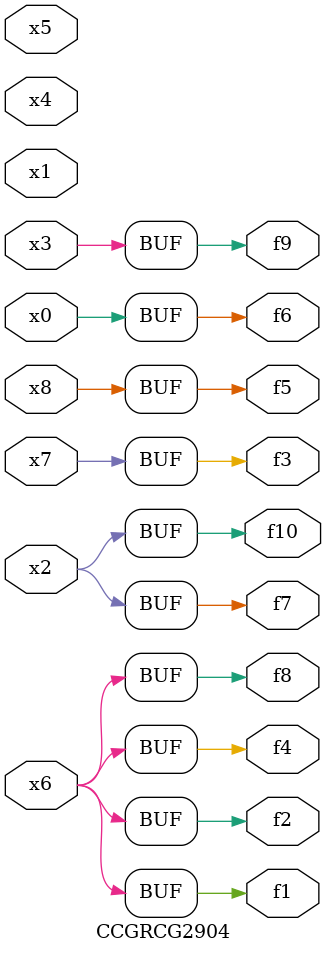
<source format=v>
module CCGRCG2904(
	input x0, x1, x2, x3, x4, x5, x6, x7, x8,
	output f1, f2, f3, f4, f5, f6, f7, f8, f9, f10
);
	assign f1 = x6;
	assign f2 = x6;
	assign f3 = x7;
	assign f4 = x6;
	assign f5 = x8;
	assign f6 = x0;
	assign f7 = x2;
	assign f8 = x6;
	assign f9 = x3;
	assign f10 = x2;
endmodule

</source>
